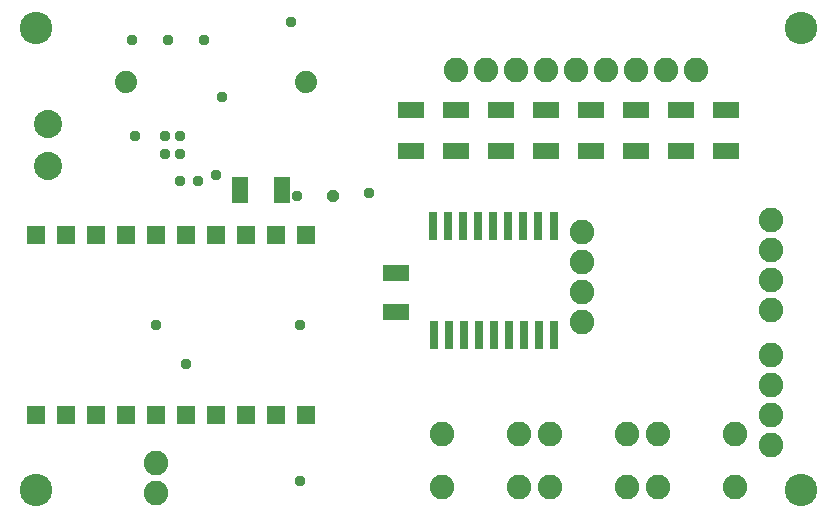
<source format=gbr>
G04 EAGLE Gerber RS-274X export*
G75*
%MOMM*%
%FSLAX34Y34*%
%LPD*%
%INSoldermask Bottom*%
%IPPOS*%
%AMOC8*
5,1,8,0,0,1.08239X$1,22.5*%
G01*
%ADD10C,2.743200*%
%ADD11C,2.082800*%
%ADD12R,0.803200X2.403200*%
%ADD13C,2.387600*%
%ADD14R,1.473200X2.263200*%
%ADD15R,2.263200X1.473200*%
%ADD16R,1.611200X1.611200*%
%ADD17C,1.879600*%
%ADD18R,2.235200X1.473200*%
%ADD19C,0.959600*%
%ADD20P,1.038661X8X22.500000*%


D10*
X25400Y416560D03*
X673100Y416560D03*
X673100Y25400D03*
X25400Y25400D03*
D11*
X460248Y73406D03*
X525272Y73406D03*
X460248Y28194D03*
X525272Y28194D03*
X368808Y73406D03*
X433832Y73406D03*
X368808Y28194D03*
X433832Y28194D03*
D12*
X450850Y157200D03*
X399450Y249200D03*
X463550Y157200D03*
X438150Y157200D03*
X425450Y157200D03*
X412150Y249200D03*
X386750Y249200D03*
X374050Y249200D03*
X400050Y157200D03*
X412750Y157200D03*
X387350Y157200D03*
X374650Y157200D03*
X424850Y249200D03*
X437550Y249200D03*
X450550Y249200D03*
X463550Y249200D03*
X361950Y157200D03*
X361350Y249200D03*
D13*
X35560Y335500D03*
X35560Y300500D03*
D11*
X381000Y381000D03*
X406400Y381000D03*
X431800Y381000D03*
X457200Y381000D03*
X482600Y381000D03*
X508000Y381000D03*
X533400Y381000D03*
X558800Y381000D03*
X584200Y381000D03*
X647700Y177800D03*
X647700Y203200D03*
X647700Y228600D03*
X647700Y254000D03*
X127000Y48260D03*
X127000Y22860D03*
X487680Y243840D03*
X487680Y218440D03*
X487680Y193040D03*
X487680Y167640D03*
D14*
X198350Y279400D03*
X233450Y279400D03*
D15*
X571500Y312650D03*
X571500Y347750D03*
X609600Y312650D03*
X609600Y347750D03*
X342900Y312650D03*
X342900Y347750D03*
X381000Y312650D03*
X381000Y347750D03*
X419100Y312650D03*
X419100Y347750D03*
X457200Y312650D03*
X457200Y347750D03*
X495300Y312650D03*
X495300Y347750D03*
X533400Y312650D03*
X533400Y347750D03*
D11*
X616712Y28194D03*
X551688Y28194D03*
X616712Y73406D03*
X551688Y73406D03*
D16*
X127000Y88900D03*
X152400Y88900D03*
X177800Y88900D03*
X203200Y88900D03*
X228600Y88900D03*
X254000Y88900D03*
X101600Y88900D03*
X50800Y88900D03*
X76200Y88900D03*
X25400Y88900D03*
X25400Y241300D03*
X50800Y241300D03*
X76200Y241300D03*
X101600Y241300D03*
X127000Y241300D03*
X152400Y241300D03*
X177800Y241300D03*
X203200Y241300D03*
X228600Y241300D03*
X254000Y241300D03*
D17*
X101600Y370840D03*
X254000Y370840D03*
D11*
X647700Y63500D03*
X647700Y88900D03*
X647700Y114300D03*
X647700Y139700D03*
D18*
X330200Y209550D03*
X330200Y176530D03*
D19*
X147320Y287020D03*
X162560Y287020D03*
X109220Y325120D03*
X241300Y421640D03*
X307340Y276860D03*
X127000Y165100D03*
X248920Y165100D03*
X248920Y33020D03*
X167640Y406400D03*
X182880Y358140D03*
X137160Y406400D03*
X106680Y406400D03*
X134620Y325120D03*
X147320Y325120D03*
X147320Y309880D03*
X134620Y309880D03*
X246380Y274320D03*
D20*
X276860Y274320D03*
D19*
X152400Y132080D03*
X177800Y292100D03*
M02*

</source>
